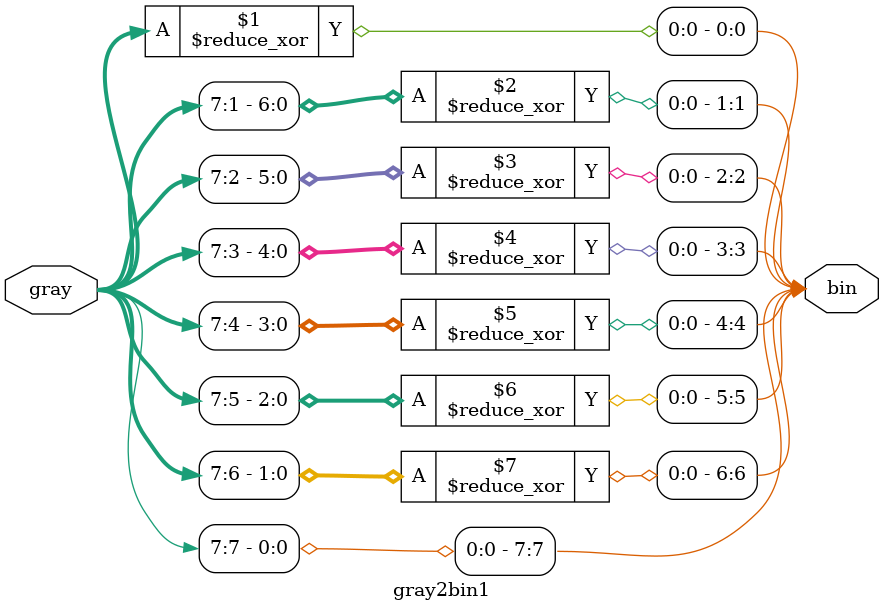
<source format=v>
/*
 * Copyright 2018 ISP RAS (http://www.ispras.ru)
 *
 * Licensed under the Apache License, Version 2.0 (the "License");
 * you may not use this file except in compliance with the License.
 * You may obtain a copy of the License at
 *
 *     http://www.apache.org/licenses/LICENSE-2.0
 *
 * Unless required by applicable law or agreed to in writing, software
 * distributed under the License is distributed on an "AS IS" BASIS,
 * WITHOUT WARRANTIES OR CONDITIONS OF ANY KIND, either express or implied.
 * See the License for the specific language governing permissions and
 * limitations under the License.
 */

// IEEE Std 1364-2005
//   12. Hierarchical structures
//     12.4 Generate constructs
//       12.4.1 Loop generate constructs
//         A parameterized gray-code–to–binary-code converter module using a loop to generate
//         continuous assignments.

module gray2bin1(bin, gray);

  parameter SIZE = 8;    // this module is parameterizable
  output [SIZE-1:0] bin;
  input [SIZE-1:0] gray;
  
  genvar i;

  generate
    for (i = 0; i < SIZE; i = i + 1) begin : bit_
      assign bin[i] = ^gray[SIZE - 1:i];
      // 'i' refers to the implicitly defined localparam whose
      // value in each instance of the generate block is
      // the value of the genvar when it was elaborated.
    end
  endgenerate
endmodule

</source>
